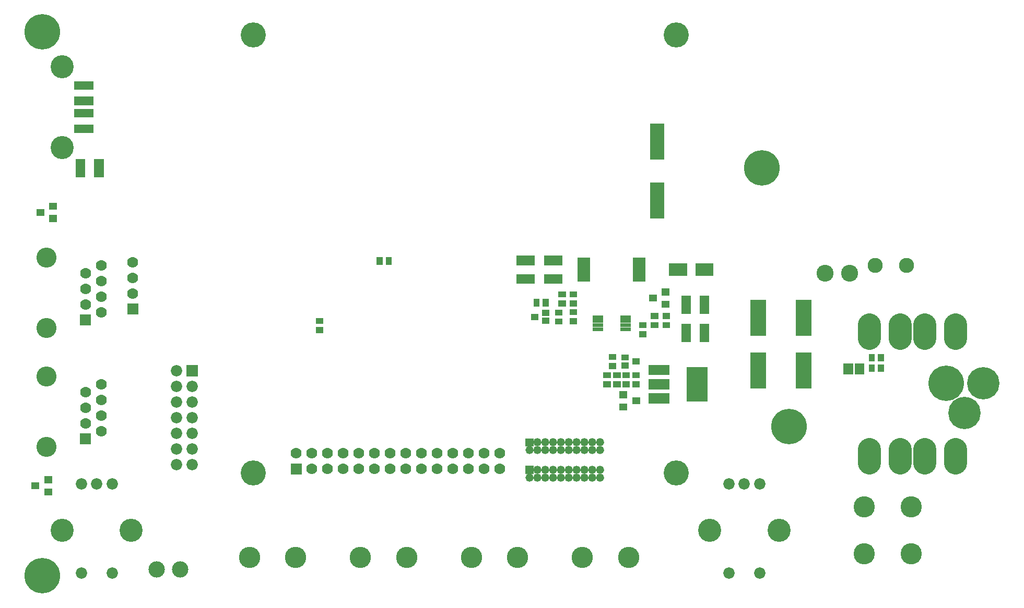
<source format=gbr>
G04 start of page 8 for group -4062 idx -4062 *
G04 Title: Power Board, soldermask *
G04 Creator: pcb 1.99z *
G04 CreationDate: Thu 09 Sep 2010 23:06:34 GMT UTC *
G04 For: rbarlow *
G04 Format: Gerber/RS-274X *
G04 PCB-Dimensions: 653543 393701 *
G04 PCB-Coordinate-Origin: lower left *
%MOIN*%
%FSLAX25Y25*%
%LNBACKMASK*%
%ADD11C,0.0200*%
%ADD57C,0.1600*%
%ADD67C,0.1280*%
%ADD74R,0.0906X0.0906*%
%ADD75R,0.0807X0.0807*%
%ADD83C,0.0700*%
%ADD84C,0.0520*%
%ADD85C,0.1083*%
%ADD86C,0.2270*%
%ADD87C,0.0965*%
%ADD88C,0.1476*%
%ADD89C,0.2067*%
%ADD90C,0.2264*%
%ADD91C,0.1358*%
%ADD92C,0.1360*%
%ADD93C,0.0728*%
%ADD94C,0.1043*%
%ADD95R,0.0382X0.0382*%
%ADD97R,0.0440X0.0440*%
%ADD100R,0.0390X0.0390*%
%ADD103R,0.0612X0.0612*%
%ADD109R,0.0230X0.0230*%
%ADD119R,0.0660X0.0660*%
%ADD120R,0.1320X0.1320*%
%ADD122R,0.0539X0.0539*%
%ADD123R,0.0789X0.0789*%
%ADD124R,0.1004X0.1004*%
G54D57*X430276Y369016D03*
X160276D03*
G54D83*X267776Y91516D03*
X277776D03*
X287776D03*
X297776D03*
X307776D03*
X317776D03*
X287776Y101516D03*
X297776D03*
X307776D03*
X317776D03*
G54D84*X381776Y108516D03*
Y103516D03*
G54D85*X525275Y216733D03*
G54D86*X485039Y283858D03*
G54D85*X540865Y216733D03*
G54D87*X577481Y221654D03*
X557481D03*
G54D88*X608661Y179331D03*
G54D89*X626379Y146438D03*
X614371Y127147D03*
G54D88*X588976Y179331D03*
X573228D03*
X553543D03*
X608661Y99607D03*
X588976D03*
X573228D03*
X553543D03*
G54D86*X502362Y118504D03*
G54D90*X602757Y146438D03*
G54D91*X550355Y67364D03*
X580355D03*
X550355Y37364D03*
X580355D03*
G54D92*X399999Y34843D03*
G54D57*X430276Y89016D03*
G54D93*X473819Y81888D03*
X483662D03*
X463976D03*
X483662Y24801D03*
X463976D03*
G54D88*X495866Y52360D03*
X451772D03*
G54D11*G36*
X334176Y93616D02*Y88416D01*
X339376D01*
Y93616D01*
X334176D01*
G37*
G54D84*X341776Y91016D03*
X346776D03*
G54D11*G36*
X334176Y111116D02*Y105916D01*
X339376D01*
Y111116D01*
X334176D01*
G37*
G54D84*X336776Y103516D03*
X341776Y108516D03*
Y103516D03*
G54D92*X329135Y34844D03*
X299607D03*
G54D84*X351776Y91016D03*
X356776D03*
X361776D03*
X366776D03*
X351776Y86016D03*
X356776D03*
X361776D03*
X366776D03*
X371776Y91016D03*
X376776D03*
X381776D03*
X371776Y86016D03*
X376776D03*
X381776D03*
G54D92*X370471Y34843D03*
G54D84*X346776Y108516D03*
Y103516D03*
X351776D03*
X356776D03*
X351776Y108516D03*
X356776D03*
X361776D03*
X366776D03*
X371776D03*
X376776D03*
X361776Y103516D03*
X366776D03*
X371776D03*
X376776D03*
G54D67*X28190Y105711D03*
G54D84*X336776Y86016D03*
X341776D03*
X346776D03*
G54D93*X60435Y81891D03*
X70278D03*
X50592D03*
G54D92*X258270Y34844D03*
X228742D03*
X187404Y34845D03*
X157876D03*
G54D93*X70278Y24804D03*
X50592D03*
G54D88*X82482Y52363D03*
G54D94*X113780Y27166D03*
X98780D03*
G54D88*X38388Y52363D03*
G54D86*X25591Y23229D03*
G54D83*X187776Y101516D03*
X197776D03*
X207776D03*
X197776Y91516D03*
X207776D03*
X217776D03*
X227776D03*
X237776D03*
X247776D03*
X257776D03*
Y101516D03*
X267776D03*
X277776D03*
G54D57*X160276Y89016D03*
G54D11*G36*
X184276Y95016D02*Y88016D01*
X191276D01*
Y95016D01*
X184276D01*
G37*
G54D83*X217776Y101516D03*
X227776D03*
X237776D03*
X247776D03*
G54D11*G36*
X117778Y157855D02*Y150573D01*
X125060D01*
Y157855D01*
X117778D01*
G37*
G54D67*X28190Y150711D03*
G54D93*X111419Y154214D03*
Y144214D03*
Y134214D03*
X121419Y144214D03*
Y134214D03*
Y124214D03*
Y114214D03*
Y104214D03*
Y94214D03*
X111419Y124214D03*
Y114214D03*
Y104214D03*
Y94214D03*
G54D83*X53190Y140711D03*
Y120711D03*
Y130711D03*
G54D11*G36*
X49690Y114211D02*Y107211D01*
X56690D01*
Y114211D01*
X49690D01*
G37*
G54D67*X28190Y181655D03*
G54D11*G36*
X79965Y197123D02*Y190123D01*
X86965D01*
Y197123D01*
X79965D01*
G37*
G54D83*X83465Y203623D03*
Y213623D03*
Y223623D03*
X63190Y145711D03*
Y125711D03*
Y115711D03*
Y135711D03*
X53190Y216655D03*
Y196655D03*
Y206655D03*
G54D11*G36*
X49690Y190155D02*Y183155D01*
X56690D01*
Y190155D01*
X49690D01*
G37*
G54D83*X63190Y221655D03*
Y201655D03*
Y191655D03*
Y211655D03*
G54D67*X28190Y226655D03*
G54D88*X38189Y296969D03*
Y348701D03*
G54D86*X25591Y370866D03*
G54D97*X32310Y259412D02*X32910D01*
X24110Y255512D02*X24710D01*
G54D103*X61811Y286613D02*Y281103D01*
X50001Y286613D02*Y281103D01*
G54D97*X32310Y251612D02*X32910D01*
G54D122*X48819Y309055D02*X55748D01*
X48819Y318898D02*X55748D01*
X48819Y326772D02*X55748D01*
X48819Y336615D02*X55748D01*
G54D88*X608661Y183662D02*Y175000D01*
X588976Y183662D02*Y175000D01*
X573228Y183662D02*Y175000D01*
G54D75*X406693Y222441D02*Y215355D01*
G54D95*X408571Y177631D02*X409539D01*
X408571Y183465D02*X409539D01*
G54D97*X423320Y204650D02*X423920D01*
X423320Y196850D02*X423920D01*
X415120Y200750D02*X415720D01*
G54D75*X371259Y222441D02*Y215355D01*
G54D123*X429725Y218898D02*X433268D01*
X446654D02*X450197D01*
G54D109*X378012Y180906D02*X382618D01*
X395728D02*X400334D01*
X378012Y183465D02*X382618D01*
X395728D02*X400334D01*
X378012Y186023D02*X382618D01*
X395728D02*X400334D01*
X378012Y188582D02*X382618D01*
X395728D02*X400334D01*
G54D88*X553543Y183662D02*Y175000D01*
G54D124*X482677Y194686D02*Y181694D01*
X511811Y194686D02*Y181694D01*
G54D95*X416051Y189299D02*X417019D01*
X416051Y183465D02*X417019D01*
X423532Y189299D02*X424500D01*
X423532Y183465D02*X424500D01*
G54D103*X436615Y199212D02*Y193702D01*
X448425Y199212D02*Y193702D01*
X436615Y181102D02*Y175592D01*
X448425Y181102D02*Y175592D01*
G54D95*X354831Y185702D02*X355799D01*
G54D100*X346747Y186221D02*X347347D01*
X339747Y188721D02*X340347D01*
G54D95*X354831Y191536D02*X355799D01*
X356996Y197316D02*X357964D01*
X356996Y203150D02*X357964D01*
G54D100*X346747Y191321D02*X347347D01*
G54D95*X364280Y185899D02*X365248D01*
X364280Y191733D02*X365248D01*
G54D103*X349017Y212992D02*X354527D01*
X349017Y224802D02*X354527D01*
X331497Y212992D02*X337007D01*
X331497Y224802D02*X337007D01*
G54D95*X364280Y197316D02*X365248D01*
X364280Y203150D02*X365248D01*
X560952Y156390D02*Y155422D01*
Y163083D02*Y162115D01*
G54D88*X553543Y103938D02*Y95276D01*
X608661Y103938D02*Y95276D01*
X588976Y103938D02*Y95276D01*
X573228Y103938D02*Y95276D01*
G54D95*X555118Y156390D02*Y155422D01*
Y163083D02*Y162115D01*
G54D103*X540157Y155905D02*Y155119D01*
X547243Y155905D02*Y155119D01*
G54D124*X511811Y160827D02*Y147835D01*
X482677Y160827D02*Y147835D01*
G54D120*X443701Y150170D02*Y141170D01*
G54D95*X392036Y145670D02*X393004D01*
X385736D02*X386704D01*
G54D97*X396224Y131140D02*X396824D01*
X396224Y138940D02*X396824D01*
G54D95*X397941Y145670D02*X398909D01*
X392036Y151504D02*X393004D01*
X385736D02*X386704D01*
X404240D02*X405208D01*
X397941D02*X398909D01*
G54D97*X404424Y135040D02*X405024D01*
G54D119*X416001Y136670D02*X422601D01*
X416001Y145670D02*X422601D01*
G54D95*X404240D02*X405208D01*
G54D119*X416001Y154770D02*X422601D01*
G54D100*X397424Y157636D02*X398024D01*
G54D95*X389280Y157319D02*X390248D01*
G54D100*X397424Y162736D02*X398024D01*
X404424Y160236D02*X405024D01*
G54D95*X389280Y163153D02*X390248D01*
G54D74*X418111Y307678D02*Y293898D01*
G54D95*X347047Y198319D02*Y197351D01*
X341213Y198319D02*Y197351D01*
X246851Y224894D02*Y223926D01*
X241017Y224894D02*Y223926D01*
G54D74*X418111Y270080D02*Y256300D01*
G54D95*X202272Y180316D02*X203240D01*
X202272Y186150D02*X203240D01*
G54D97*X21028Y80746D02*X21628D01*
X29228Y84646D02*X29828D01*
X29228Y76846D02*X29828D01*
M02*

</source>
